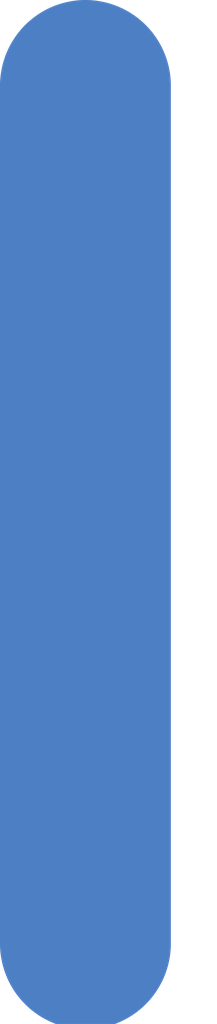
<source format=kicad_pcb>
(kicad_pcb
	(version 20240108)
	(generator "pcbnew")
	(generator_version "8.0")
	(general
		(thickness 1.6)
		(legacy_teardrops no)
	)
	(paper "A4")
	(layers
		(0 "F.Cu" signal)
		(31 "B.Cu" signal)
		(32 "B.Adhes" user "B.Adhesive")
		(33 "F.Adhes" user "F.Adhesive")
		(34 "B.Paste" user)
		(35 "F.Paste" user)
		(36 "B.SilkS" user "B.Silkscreen")
		(37 "F.SilkS" user "F.Silkscreen")
		(38 "B.Mask" user)
		(39 "F.Mask" user)
		(40 "Dwgs.User" user "User.Drawings")
		(41 "Cmts.User" user "User.Comments")
		(42 "Eco1.User" user "User.Eco1")
		(43 "Eco2.User" user "User.Eco2")
		(44 "Edge.Cuts" user)
		(45 "Margin" user)
		(46 "B.CrtYd" user "B.Courtyard")
		(47 "F.CrtYd" user "F.Courtyard")
		(48 "B.Fab" user)
		(49 "F.Fab" user)
		(50 "User.1" user)
		(51 "User.2" user)
		(52 "User.3" user)
		(53 "User.4" user)
		(54 "User.5" user)
		(55 "User.6" user)
		(56 "User.7" user)
		(57 "User.8" user)
		(58 "User.9" user)
	)
	(setup
		(pad_to_mask_clearance 0)
		(allow_soldermask_bridges_in_footprints no)
		(pcbplotparams
			(layerselection 0x00010fc_ffffffff)
			(plot_on_all_layers_selection 0x0000000_00000000)
			(disableapertmacros no)
			(usegerberextensions no)
			(usegerberattributes yes)
			(usegerberadvancedattributes yes)
			(creategerberjobfile yes)
			(dashed_line_dash_ratio 12.000000)
			(dashed_line_gap_ratio 3.000000)
			(svgprecision 4)
			(plotframeref no)
			(viasonmask no)
			(mode 1)
			(useauxorigin no)
			(hpglpennumber 1)
			(hpglpenspeed 20)
			(hpglpendiameter 15.000000)
			(pdf_front_fp_property_popups yes)
			(pdf_back_fp_property_popups yes)
			(dxfpolygonmode yes)
			(dxfimperialunits yes)
			(dxfusepcbnewfont yes)
			(psnegative no)
			(psa4output no)
			(plotreference yes)
			(plotvalue yes)
			(plotfptext yes)
			(plotinvisibletext no)
			(sketchpadsonfab no)
			(subtractmaskfromsilk no)
			(outputformat 1)
			(mirror no)
			(drillshape 1)
			(scaleselection 1)
			(outputdirectory "")
		)
	)
	(net 0 "")
	(segment
		(start 1 1)
		(end 1 2)
		(width 0.2)
		(layer "B.Cu")
		(net 0)
		(uuid "8d6bbc4f-e172-415f-8450-d862deba0c54")
	)
)

</source>
